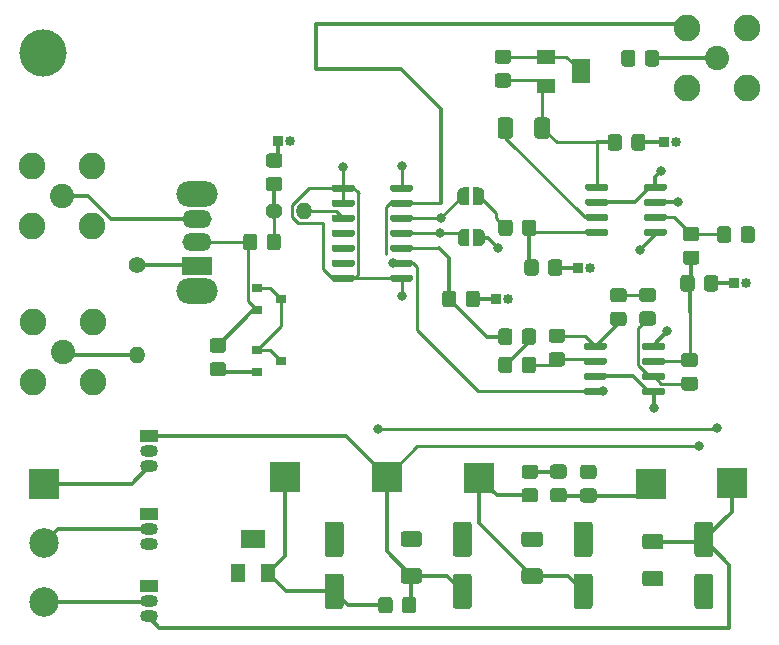
<source format=gbr>
%TF.GenerationSoftware,KiCad,Pcbnew,(5.1.8-0-10_14)*%
%TF.CreationDate,2022-04-27T14:32:14-05:00*%
%TF.ProjectId,SAQ_KiCad_one,5341515f-4b69-4436-9164-5f6f6e652e6b,rev?*%
%TF.SameCoordinates,Original*%
%TF.FileFunction,Copper,L1,Top*%
%TF.FilePolarity,Positive*%
%FSLAX46Y46*%
G04 Gerber Fmt 4.6, Leading zero omitted, Abs format (unit mm)*
G04 Created by KiCad (PCBNEW (5.1.8-0-10_14)) date 2022-04-27 14:32:14*
%MOMM*%
%LPD*%
G01*
G04 APERTURE LIST*
%TA.AperFunction,SMDPad,CuDef*%
%ADD10C,0.100000*%
%TD*%
%TA.AperFunction,ComponentPad*%
%ADD11O,1.400000X1.400000*%
%TD*%
%TA.AperFunction,ComponentPad*%
%ADD12C,1.400000*%
%TD*%
%TA.AperFunction,ComponentPad*%
%ADD13O,0.850000X0.850000*%
%TD*%
%TA.AperFunction,ComponentPad*%
%ADD14R,0.850000X0.850000*%
%TD*%
%TA.AperFunction,ComponentPad*%
%ADD15R,1.500000X1.050000*%
%TD*%
%TA.AperFunction,ComponentPad*%
%ADD16O,1.500000X1.050000*%
%TD*%
%TA.AperFunction,ComponentPad*%
%ADD17R,2.500000X2.500000*%
%TD*%
%TA.AperFunction,ComponentPad*%
%ADD18C,4.000000*%
%TD*%
%TA.AperFunction,SMDPad,CuDef*%
%ADD19R,1.600000X1.300000*%
%TD*%
%TA.AperFunction,SMDPad,CuDef*%
%ADD20R,1.600000X2.000000*%
%TD*%
%TA.AperFunction,ComponentPad*%
%ADD21C,2.250000*%
%TD*%
%TA.AperFunction,ComponentPad*%
%ADD22C,2.050000*%
%TD*%
%TA.AperFunction,ComponentPad*%
%ADD23C,2.500000*%
%TD*%
%TA.AperFunction,ComponentPad*%
%ADD24O,3.500000X2.200000*%
%TD*%
%TA.AperFunction,ComponentPad*%
%ADD25O,2.500000X1.500000*%
%TD*%
%TA.AperFunction,ComponentPad*%
%ADD26R,2.500000X1.500000*%
%TD*%
%TA.AperFunction,SMDPad,CuDef*%
%ADD27R,1.300000X1.600000*%
%TD*%
%TA.AperFunction,SMDPad,CuDef*%
%ADD28R,2.000000X1.600000*%
%TD*%
%TA.AperFunction,SMDPad,CuDef*%
%ADD29R,0.900000X0.800000*%
%TD*%
%TA.AperFunction,ViaPad*%
%ADD30C,0.800000*%
%TD*%
%TA.AperFunction,Conductor*%
%ADD31C,0.250000*%
%TD*%
%TA.AperFunction,Conductor*%
%ADD32C,0.350000*%
%TD*%
G04 APERTURE END LIST*
%TA.AperFunction,SMDPad,CuDef*%
D10*
%TO.P,JP3,1*%
%TO.N,Net-(R7-Pad1)*%
G36*
X144909400Y-32373000D02*
G01*
X144409400Y-32373000D01*
X144409400Y-32372398D01*
X144384866Y-32372398D01*
X144336035Y-32367588D01*
X144287910Y-32358016D01*
X144240955Y-32343772D01*
X144195622Y-32324995D01*
X144152349Y-32301864D01*
X144111550Y-32274604D01*
X144073621Y-32243476D01*
X144038924Y-32208779D01*
X144007796Y-32170850D01*
X143980536Y-32130051D01*
X143957405Y-32086778D01*
X143938628Y-32041445D01*
X143924384Y-31994490D01*
X143914812Y-31946365D01*
X143910002Y-31897534D01*
X143910002Y-31873000D01*
X143909400Y-31873000D01*
X143909400Y-31373000D01*
X143910002Y-31373000D01*
X143910002Y-31348466D01*
X143914812Y-31299635D01*
X143924384Y-31251510D01*
X143938628Y-31204555D01*
X143957405Y-31159222D01*
X143980536Y-31115949D01*
X144007796Y-31075150D01*
X144038924Y-31037221D01*
X144073621Y-31002524D01*
X144111550Y-30971396D01*
X144152349Y-30944136D01*
X144195622Y-30921005D01*
X144240955Y-30902228D01*
X144287910Y-30887984D01*
X144336035Y-30878412D01*
X144384866Y-30873602D01*
X144409400Y-30873602D01*
X144409400Y-30873000D01*
X144909400Y-30873000D01*
X144909400Y-32373000D01*
G37*
%TD.AperFunction*%
%TA.AperFunction,SMDPad,CuDef*%
%TO.P,JP3,2*%
G36*
X145709400Y-30873602D02*
G01*
X145733934Y-30873602D01*
X145782765Y-30878412D01*
X145830890Y-30887984D01*
X145877845Y-30902228D01*
X145923178Y-30921005D01*
X145966451Y-30944136D01*
X146007250Y-30971396D01*
X146045179Y-31002524D01*
X146079876Y-31037221D01*
X146111004Y-31075150D01*
X146138264Y-31115949D01*
X146161395Y-31159222D01*
X146180172Y-31204555D01*
X146194416Y-31251510D01*
X146203988Y-31299635D01*
X146208798Y-31348466D01*
X146208798Y-31373000D01*
X146209400Y-31373000D01*
X146209400Y-31873000D01*
X146208798Y-31873000D01*
X146208798Y-31897534D01*
X146203988Y-31946365D01*
X146194416Y-31994490D01*
X146180172Y-32041445D01*
X146161395Y-32086778D01*
X146138264Y-32130051D01*
X146111004Y-32170850D01*
X146079876Y-32208779D01*
X146045179Y-32243476D01*
X146007250Y-32274604D01*
X145966451Y-32301864D01*
X145923178Y-32324995D01*
X145877845Y-32343772D01*
X145830890Y-32358016D01*
X145782765Y-32367588D01*
X145733934Y-32372398D01*
X145709400Y-32372398D01*
X145709400Y-32373000D01*
X145209400Y-32373000D01*
X145209400Y-30873000D01*
X145709400Y-30873000D01*
X145709400Y-30873602D01*
G37*
%TD.AperFunction*%
%TD*%
D11*
%TO.P,JP1,2*%
%TO.N,Net-(JP2-Pad2)*%
X130937000Y-32893000D03*
D12*
%TO.P,JP1,1*%
%TO.N,Net-(JP2-Pad1)*%
X128397000Y-32893000D03*
%TD*%
D13*
%TO.P,LATCH,2*%
%TO.N,GND*%
X162417000Y-27051000D03*
D14*
%TO.P,LATCH,1*%
%TO.N,Net-(R23-Pad1)*%
X161417000Y-27051000D03*
%TD*%
D13*
%TO.P,RESET,2*%
%TO.N,GND*%
X155114500Y-37655500D03*
D14*
%TO.P,RESET,1*%
%TO.N,Net-(R22-Pad1)*%
X154114500Y-37655500D03*
%TD*%
D13*
%TO.P,INT/4,2*%
%TO.N,GND*%
X168322500Y-38989000D03*
D14*
%TO.P,INT/4,1*%
%TO.N,Net-(R21-Pad1)*%
X167322500Y-38989000D03*
%TD*%
D13*
%TO.P,INT-OUT,2*%
%TO.N,GND*%
X148198000Y-40299000D03*
D14*
%TO.P,INT-OUT,1*%
%TO.N,Net-(R20-Pad1)*%
X147198000Y-40299000D03*
%TD*%
D13*
%TO.P,INPUT,2*%
%TO.N,GND*%
X129714500Y-26924000D03*
D14*
%TO.P,INPUT,1*%
%TO.N,Net-(R19-Pad1)*%
X128714500Y-26924000D03*
%TD*%
%TO.P,R23,2*%
%TO.N,Net-(C12-Pad1)*%
%TA.AperFunction,SMDPad,CuDef*%
G36*
G01*
X157842000Y-26600999D02*
X157842000Y-27501001D01*
G75*
G02*
X157592001Y-27751000I-249999J0D01*
G01*
X156891999Y-27751000D01*
G75*
G02*
X156642000Y-27501001I0J249999D01*
G01*
X156642000Y-26600999D01*
G75*
G02*
X156891999Y-26351000I249999J0D01*
G01*
X157592001Y-26351000D01*
G75*
G02*
X157842000Y-26600999I0J-249999D01*
G01*
G37*
%TD.AperFunction*%
%TO.P,R23,1*%
%TO.N,Net-(R23-Pad1)*%
%TA.AperFunction,SMDPad,CuDef*%
G36*
G01*
X159842000Y-26600999D02*
X159842000Y-27501001D01*
G75*
G02*
X159592001Y-27751000I-249999J0D01*
G01*
X158891999Y-27751000D01*
G75*
G02*
X158642000Y-27501001I0J249999D01*
G01*
X158642000Y-26600999D01*
G75*
G02*
X158891999Y-26351000I249999J0D01*
G01*
X159592001Y-26351000D01*
G75*
G02*
X159842000Y-26600999I0J-249999D01*
G01*
G37*
%TD.AperFunction*%
%TD*%
%TO.P,R22,2*%
%TO.N,Net-(R22-Pad2)*%
%TA.AperFunction,SMDPad,CuDef*%
G36*
G01*
X150793500Y-37205499D02*
X150793500Y-38105501D01*
G75*
G02*
X150543501Y-38355500I-249999J0D01*
G01*
X149843499Y-38355500D01*
G75*
G02*
X149593500Y-38105501I0J249999D01*
G01*
X149593500Y-37205499D01*
G75*
G02*
X149843499Y-36955500I249999J0D01*
G01*
X150543501Y-36955500D01*
G75*
G02*
X150793500Y-37205499I0J-249999D01*
G01*
G37*
%TD.AperFunction*%
%TO.P,R22,1*%
%TO.N,Net-(R22-Pad1)*%
%TA.AperFunction,SMDPad,CuDef*%
G36*
G01*
X152793500Y-37205499D02*
X152793500Y-38105501D01*
G75*
G02*
X152543501Y-38355500I-249999J0D01*
G01*
X151843499Y-38355500D01*
G75*
G02*
X151593500Y-38105501I0J249999D01*
G01*
X151593500Y-37205499D01*
G75*
G02*
X151843499Y-36955500I249999J0D01*
G01*
X152543501Y-36955500D01*
G75*
G02*
X152793500Y-37205499I0J-249999D01*
G01*
G37*
%TD.AperFunction*%
%TD*%
%TO.P,R21,2*%
%TO.N,Net-(R14-Pad2)*%
%TA.AperFunction,SMDPad,CuDef*%
G36*
G01*
X164001500Y-38538999D02*
X164001500Y-39439001D01*
G75*
G02*
X163751501Y-39689000I-249999J0D01*
G01*
X163051499Y-39689000D01*
G75*
G02*
X162801500Y-39439001I0J249999D01*
G01*
X162801500Y-38538999D01*
G75*
G02*
X163051499Y-38289000I249999J0D01*
G01*
X163751501Y-38289000D01*
G75*
G02*
X164001500Y-38538999I0J-249999D01*
G01*
G37*
%TD.AperFunction*%
%TO.P,R21,1*%
%TO.N,Net-(R21-Pad1)*%
%TA.AperFunction,SMDPad,CuDef*%
G36*
G01*
X166001500Y-38538999D02*
X166001500Y-39439001D01*
G75*
G02*
X165751501Y-39689000I-249999J0D01*
G01*
X165051499Y-39689000D01*
G75*
G02*
X164801500Y-39439001I0J249999D01*
G01*
X164801500Y-38538999D01*
G75*
G02*
X165051499Y-38289000I249999J0D01*
G01*
X165751501Y-38289000D01*
G75*
G02*
X166001500Y-38538999I0J-249999D01*
G01*
G37*
%TD.AperFunction*%
%TD*%
%TO.P,R20,2*%
%TO.N,Net-(R20-Pad2)*%
%TA.AperFunction,SMDPad,CuDef*%
G36*
G01*
X143824500Y-39872499D02*
X143824500Y-40772501D01*
G75*
G02*
X143574501Y-41022500I-249999J0D01*
G01*
X142874499Y-41022500D01*
G75*
G02*
X142624500Y-40772501I0J249999D01*
G01*
X142624500Y-39872499D01*
G75*
G02*
X142874499Y-39622500I249999J0D01*
G01*
X143574501Y-39622500D01*
G75*
G02*
X143824500Y-39872499I0J-249999D01*
G01*
G37*
%TD.AperFunction*%
%TO.P,R20,1*%
%TO.N,Net-(R20-Pad1)*%
%TA.AperFunction,SMDPad,CuDef*%
G36*
G01*
X145824500Y-39872499D02*
X145824500Y-40772501D01*
G75*
G02*
X145574501Y-41022500I-249999J0D01*
G01*
X144874499Y-41022500D01*
G75*
G02*
X144624500Y-40772501I0J249999D01*
G01*
X144624500Y-39872499D01*
G75*
G02*
X144874499Y-39622500I249999J0D01*
G01*
X145574501Y-39622500D01*
G75*
G02*
X145824500Y-39872499I0J-249999D01*
G01*
G37*
%TD.AperFunction*%
%TD*%
%TO.P,R19,2*%
%TO.N,Net-(JP2-Pad1)*%
%TA.AperFunction,SMDPad,CuDef*%
G36*
G01*
X127946999Y-29991000D02*
X128847001Y-29991000D01*
G75*
G02*
X129097000Y-30240999I0J-249999D01*
G01*
X129097000Y-30941001D01*
G75*
G02*
X128847001Y-31191000I-249999J0D01*
G01*
X127946999Y-31191000D01*
G75*
G02*
X127697000Y-30941001I0J249999D01*
G01*
X127697000Y-30240999D01*
G75*
G02*
X127946999Y-29991000I249999J0D01*
G01*
G37*
%TD.AperFunction*%
%TO.P,R19,1*%
%TO.N,Net-(R19-Pad1)*%
%TA.AperFunction,SMDPad,CuDef*%
G36*
G01*
X127946999Y-27991000D02*
X128847001Y-27991000D01*
G75*
G02*
X129097000Y-28240999I0J-249999D01*
G01*
X129097000Y-28941001D01*
G75*
G02*
X128847001Y-29191000I-249999J0D01*
G01*
X127946999Y-29191000D01*
G75*
G02*
X127697000Y-28941001I0J249999D01*
G01*
X127697000Y-28240999D01*
G75*
G02*
X127946999Y-27991000I249999J0D01*
G01*
G37*
%TD.AperFunction*%
%TD*%
%TO.P,R18,2*%
%TO.N,GND*%
%TA.AperFunction,SMDPad,CuDef*%
G36*
G01*
X167897000Y-35311501D02*
X167897000Y-34411499D01*
G75*
G02*
X168146999Y-34161500I249999J0D01*
G01*
X168847001Y-34161500D01*
G75*
G02*
X169097000Y-34411499I0J-249999D01*
G01*
X169097000Y-35311501D01*
G75*
G02*
X168847001Y-35561500I-249999J0D01*
G01*
X168146999Y-35561500D01*
G75*
G02*
X167897000Y-35311501I0J249999D01*
G01*
G37*
%TD.AperFunction*%
%TO.P,R18,1*%
%TO.N,Net-(R15-Pad2)*%
%TA.AperFunction,SMDPad,CuDef*%
G36*
G01*
X165897000Y-35311501D02*
X165897000Y-34411499D01*
G75*
G02*
X166146999Y-34161500I249999J0D01*
G01*
X166847001Y-34161500D01*
G75*
G02*
X167097000Y-34411499I0J-249999D01*
G01*
X167097000Y-35311501D01*
G75*
G02*
X166847001Y-35561500I-249999J0D01*
G01*
X166146999Y-35561500D01*
G75*
G02*
X165897000Y-35311501I0J249999D01*
G01*
G37*
%TD.AperFunction*%
%TD*%
D11*
%TO.P,R1,2*%
%TO.N,Net-(J1-Pad1)*%
X116776500Y-45021500D03*
D12*
%TO.P,R1,1*%
%TO.N,Net-(R1-Pad1)*%
X116776500Y-37401500D03*
%TD*%
%TO.P,U6,8*%
%TO.N,Net-(R22-Pad2)*%
%TA.AperFunction,SMDPad,CuDef*%
G36*
G01*
X156678500Y-34521000D02*
X156678500Y-34821000D01*
G75*
G02*
X156528500Y-34971000I-150000J0D01*
G01*
X154878500Y-34971000D01*
G75*
G02*
X154728500Y-34821000I0J150000D01*
G01*
X154728500Y-34521000D01*
G75*
G02*
X154878500Y-34371000I150000J0D01*
G01*
X156528500Y-34371000D01*
G75*
G02*
X156678500Y-34521000I0J-150000D01*
G01*
G37*
%TD.AperFunction*%
%TO.P,U6,7*%
%TO.N,Net-(C12-Pad2)*%
%TA.AperFunction,SMDPad,CuDef*%
G36*
G01*
X156678500Y-33251000D02*
X156678500Y-33551000D01*
G75*
G02*
X156528500Y-33701000I-150000J0D01*
G01*
X154878500Y-33701000D01*
G75*
G02*
X154728500Y-33551000I0J150000D01*
G01*
X154728500Y-33251000D01*
G75*
G02*
X154878500Y-33101000I150000J0D01*
G01*
X156528500Y-33101000D01*
G75*
G02*
X156678500Y-33251000I0J-150000D01*
G01*
G37*
%TD.AperFunction*%
%TO.P,U6,6*%
%TO.N,GND*%
%TA.AperFunction,SMDPad,CuDef*%
G36*
G01*
X156678500Y-31981000D02*
X156678500Y-32281000D01*
G75*
G02*
X156528500Y-32431000I-150000J0D01*
G01*
X154878500Y-32431000D01*
G75*
G02*
X154728500Y-32281000I0J150000D01*
G01*
X154728500Y-31981000D01*
G75*
G02*
X154878500Y-31831000I150000J0D01*
G01*
X156528500Y-31831000D01*
G75*
G02*
X156678500Y-31981000I0J-150000D01*
G01*
G37*
%TD.AperFunction*%
%TO.P,U6,5*%
%TO.N,Net-(C12-Pad1)*%
%TA.AperFunction,SMDPad,CuDef*%
G36*
G01*
X156678500Y-30711000D02*
X156678500Y-31011000D01*
G75*
G02*
X156528500Y-31161000I-150000J0D01*
G01*
X154878500Y-31161000D01*
G75*
G02*
X154728500Y-31011000I0J150000D01*
G01*
X154728500Y-30711000D01*
G75*
G02*
X154878500Y-30561000I150000J0D01*
G01*
X156528500Y-30561000D01*
G75*
G02*
X156678500Y-30711000I0J-150000D01*
G01*
G37*
%TD.AperFunction*%
%TO.P,U6,4*%
%TO.N,GND*%
%TA.AperFunction,SMDPad,CuDef*%
G36*
G01*
X161628500Y-30711000D02*
X161628500Y-31011000D01*
G75*
G02*
X161478500Y-31161000I-150000J0D01*
G01*
X159828500Y-31161000D01*
G75*
G02*
X159678500Y-31011000I0J150000D01*
G01*
X159678500Y-30711000D01*
G75*
G02*
X159828500Y-30561000I150000J0D01*
G01*
X161478500Y-30561000D01*
G75*
G02*
X161628500Y-30711000I0J-150000D01*
G01*
G37*
%TD.AperFunction*%
%TO.P,U6,3*%
%TO.N,VDD*%
%TA.AperFunction,SMDPad,CuDef*%
G36*
G01*
X161628500Y-31981000D02*
X161628500Y-32281000D01*
G75*
G02*
X161478500Y-32431000I-150000J0D01*
G01*
X159828500Y-32431000D01*
G75*
G02*
X159678500Y-32281000I0J150000D01*
G01*
X159678500Y-31981000D01*
G75*
G02*
X159828500Y-31831000I150000J0D01*
G01*
X161478500Y-31831000D01*
G75*
G02*
X161628500Y-31981000I0J-150000D01*
G01*
G37*
%TD.AperFunction*%
%TO.P,U6,2*%
%TO.N,Net-(R15-Pad2)*%
%TA.AperFunction,SMDPad,CuDef*%
G36*
G01*
X161628500Y-33251000D02*
X161628500Y-33551000D01*
G75*
G02*
X161478500Y-33701000I-150000J0D01*
G01*
X159828500Y-33701000D01*
G75*
G02*
X159678500Y-33551000I0J150000D01*
G01*
X159678500Y-33251000D01*
G75*
G02*
X159828500Y-33101000I150000J0D01*
G01*
X161478500Y-33101000D01*
G75*
G02*
X161628500Y-33251000I0J-150000D01*
G01*
G37*
%TD.AperFunction*%
%TO.P,U6,1*%
%TO.N,+9V*%
%TA.AperFunction,SMDPad,CuDef*%
G36*
G01*
X161628500Y-34521000D02*
X161628500Y-34821000D01*
G75*
G02*
X161478500Y-34971000I-150000J0D01*
G01*
X159828500Y-34971000D01*
G75*
G02*
X159678500Y-34821000I0J150000D01*
G01*
X159678500Y-34521000D01*
G75*
G02*
X159828500Y-34371000I150000J0D01*
G01*
X161478500Y-34371000D01*
G75*
G02*
X161628500Y-34521000I0J-150000D01*
G01*
G37*
%TD.AperFunction*%
%TD*%
%TO.P,U5,8*%
%TO.N,+15V*%
%TA.AperFunction,SMDPad,CuDef*%
G36*
G01*
X159551500Y-44473000D02*
X159551500Y-44173000D01*
G75*
G02*
X159701500Y-44023000I150000J0D01*
G01*
X161351500Y-44023000D01*
G75*
G02*
X161501500Y-44173000I0J-150000D01*
G01*
X161501500Y-44473000D01*
G75*
G02*
X161351500Y-44623000I-150000J0D01*
G01*
X159701500Y-44623000D01*
G75*
G02*
X159551500Y-44473000I0J150000D01*
G01*
G37*
%TD.AperFunction*%
%TO.P,U5,7*%
%TO.N,Net-(R14-Pad2)*%
%TA.AperFunction,SMDPad,CuDef*%
G36*
G01*
X159551500Y-45743000D02*
X159551500Y-45443000D01*
G75*
G02*
X159701500Y-45293000I150000J0D01*
G01*
X161351500Y-45293000D01*
G75*
G02*
X161501500Y-45443000I0J-150000D01*
G01*
X161501500Y-45743000D01*
G75*
G02*
X161351500Y-45893000I-150000J0D01*
G01*
X159701500Y-45893000D01*
G75*
G02*
X159551500Y-45743000I0J150000D01*
G01*
G37*
%TD.AperFunction*%
%TO.P,U5,6*%
%TO.N,Net-(R13-Pad2)*%
%TA.AperFunction,SMDPad,CuDef*%
G36*
G01*
X159551500Y-47013000D02*
X159551500Y-46713000D01*
G75*
G02*
X159701500Y-46563000I150000J0D01*
G01*
X161351500Y-46563000D01*
G75*
G02*
X161501500Y-46713000I0J-150000D01*
G01*
X161501500Y-47013000D01*
G75*
G02*
X161351500Y-47163000I-150000J0D01*
G01*
X159701500Y-47163000D01*
G75*
G02*
X159551500Y-47013000I0J150000D01*
G01*
G37*
%TD.AperFunction*%
%TO.P,U5,5*%
%TO.N,GND*%
%TA.AperFunction,SMDPad,CuDef*%
G36*
G01*
X159551500Y-48283000D02*
X159551500Y-47983000D01*
G75*
G02*
X159701500Y-47833000I150000J0D01*
G01*
X161351500Y-47833000D01*
G75*
G02*
X161501500Y-47983000I0J-150000D01*
G01*
X161501500Y-48283000D01*
G75*
G02*
X161351500Y-48433000I-150000J0D01*
G01*
X159701500Y-48433000D01*
G75*
G02*
X159551500Y-48283000I0J150000D01*
G01*
G37*
%TD.AperFunction*%
%TO.P,U5,4*%
%TO.N,-15V*%
%TA.AperFunction,SMDPad,CuDef*%
G36*
G01*
X154601500Y-48283000D02*
X154601500Y-47983000D01*
G75*
G02*
X154751500Y-47833000I150000J0D01*
G01*
X156401500Y-47833000D01*
G75*
G02*
X156551500Y-47983000I0J-150000D01*
G01*
X156551500Y-48283000D01*
G75*
G02*
X156401500Y-48433000I-150000J0D01*
G01*
X154751500Y-48433000D01*
G75*
G02*
X154601500Y-48283000I0J150000D01*
G01*
G37*
%TD.AperFunction*%
%TO.P,U5,3*%
%TO.N,GND*%
%TA.AperFunction,SMDPad,CuDef*%
G36*
G01*
X154601500Y-47013000D02*
X154601500Y-46713000D01*
G75*
G02*
X154751500Y-46563000I150000J0D01*
G01*
X156401500Y-46563000D01*
G75*
G02*
X156551500Y-46713000I0J-150000D01*
G01*
X156551500Y-47013000D01*
G75*
G02*
X156401500Y-47163000I-150000J0D01*
G01*
X154751500Y-47163000D01*
G75*
G02*
X154601500Y-47013000I0J150000D01*
G01*
G37*
%TD.AperFunction*%
%TO.P,U5,2*%
%TO.N,Net-(R10-Pad2)*%
%TA.AperFunction,SMDPad,CuDef*%
G36*
G01*
X154601500Y-45743000D02*
X154601500Y-45443000D01*
G75*
G02*
X154751500Y-45293000I150000J0D01*
G01*
X156401500Y-45293000D01*
G75*
G02*
X156551500Y-45443000I0J-150000D01*
G01*
X156551500Y-45743000D01*
G75*
G02*
X156401500Y-45893000I-150000J0D01*
G01*
X154751500Y-45893000D01*
G75*
G02*
X154601500Y-45743000I0J150000D01*
G01*
G37*
%TD.AperFunction*%
%TO.P,U5,1*%
%TO.N,Net-(R11-Pad2)*%
%TA.AperFunction,SMDPad,CuDef*%
G36*
G01*
X154601500Y-44473000D02*
X154601500Y-44173000D01*
G75*
G02*
X154751500Y-44023000I150000J0D01*
G01*
X156401500Y-44023000D01*
G75*
G02*
X156551500Y-44173000I0J-150000D01*
G01*
X156551500Y-44473000D01*
G75*
G02*
X156401500Y-44623000I-150000J0D01*
G01*
X154751500Y-44623000D01*
G75*
G02*
X154601500Y-44473000I0J150000D01*
G01*
G37*
%TD.AperFunction*%
%TD*%
D15*
%TO.P,U4,1*%
%TO.N,+9V*%
X117792500Y-51943000D03*
D16*
%TO.P,U4,3*%
%TO.N,Net-(J3-Pad1)*%
X117792500Y-54483000D03*
%TO.P,U4,2*%
%TO.N,GND*%
X117792500Y-53213000D03*
%TD*%
D15*
%TO.P,U2,1*%
%TO.N,GND*%
X117792500Y-64579500D03*
D16*
%TO.P,U2,3*%
%TO.N,-15V*%
X117792500Y-67119500D03*
%TO.P,U2,2*%
%TO.N,Net-(J3-Pad3)*%
X117792500Y-65849500D03*
%TD*%
D15*
%TO.P,U1,1*%
%TO.N,+15V*%
X117792500Y-58483500D03*
D16*
%TO.P,U1,3*%
%TO.N,Net-(J3-Pad1)*%
X117792500Y-61023500D03*
%TO.P,U1,2*%
%TO.N,GND*%
X117792500Y-59753500D03*
%TD*%
D17*
%TO.P,VDD,1*%
%TO.N,VDD*%
X129349500Y-55372000D03*
%TD*%
%TO.P,+9,1*%
%TO.N,+9V*%
X137922000Y-55372000D03*
%TD*%
D18*
%TO.P,GND,1*%
%TO.N,GND*%
X108839000Y-19494500D03*
%TD*%
D17*
%TO.P,+5,1*%
%TO.N,+5V*%
X160337500Y-55943500D03*
%TD*%
%TO.P,-15,1*%
%TO.N,-15V*%
X167132000Y-55897001D03*
%TD*%
%TO.P,+15,1*%
%TO.N,+15V*%
X145732500Y-55435500D03*
%TD*%
D19*
%TO.P,RV2,3*%
%TO.N,Net-(C12-Pad1)*%
X151447500Y-22288500D03*
D20*
%TO.P,RV2,2*%
%TO.N,GND*%
X154347500Y-21038500D03*
D19*
%TO.P,RV2,1*%
X151447500Y-19788500D03*
%TD*%
%TO.P,R14,2*%
%TO.N,Net-(R14-Pad2)*%
%TA.AperFunction,SMDPad,CuDef*%
G36*
G01*
X164026001Y-46082000D02*
X163125999Y-46082000D01*
G75*
G02*
X162876000Y-45832001I0J249999D01*
G01*
X162876000Y-45131999D01*
G75*
G02*
X163125999Y-44882000I249999J0D01*
G01*
X164026001Y-44882000D01*
G75*
G02*
X164276000Y-45131999I0J-249999D01*
G01*
X164276000Y-45832001D01*
G75*
G02*
X164026001Y-46082000I-249999J0D01*
G01*
G37*
%TD.AperFunction*%
%TO.P,R14,1*%
%TO.N,Net-(R13-Pad2)*%
%TA.AperFunction,SMDPad,CuDef*%
G36*
G01*
X164026001Y-48082000D02*
X163125999Y-48082000D01*
G75*
G02*
X162876000Y-47832001I0J249999D01*
G01*
X162876000Y-47131999D01*
G75*
G02*
X163125999Y-46882000I249999J0D01*
G01*
X164026001Y-46882000D01*
G75*
G02*
X164276000Y-47131999I0J-249999D01*
G01*
X164276000Y-47832001D01*
G75*
G02*
X164026001Y-48082000I-249999J0D01*
G01*
G37*
%TD.AperFunction*%
%TD*%
%TO.P,R12,2*%
%TO.N,Net-(R12-Pad2)*%
%TA.AperFunction,SMDPad,CuDef*%
G36*
G01*
X157993501Y-40605000D02*
X157093499Y-40605000D01*
G75*
G02*
X156843500Y-40355001I0J249999D01*
G01*
X156843500Y-39654999D01*
G75*
G02*
X157093499Y-39405000I249999J0D01*
G01*
X157993501Y-39405000D01*
G75*
G02*
X158243500Y-39654999I0J-249999D01*
G01*
X158243500Y-40355001D01*
G75*
G02*
X157993501Y-40605000I-249999J0D01*
G01*
G37*
%TD.AperFunction*%
%TO.P,R12,1*%
%TO.N,Net-(R11-Pad2)*%
%TA.AperFunction,SMDPad,CuDef*%
G36*
G01*
X157993501Y-42605000D02*
X157093499Y-42605000D01*
G75*
G02*
X156843500Y-42355001I0J249999D01*
G01*
X156843500Y-41654999D01*
G75*
G02*
X157093499Y-41405000I249999J0D01*
G01*
X157993501Y-41405000D01*
G75*
G02*
X158243500Y-41654999I0J-249999D01*
G01*
X158243500Y-42355001D01*
G75*
G02*
X157993501Y-42605000I-249999J0D01*
G01*
G37*
%TD.AperFunction*%
%TD*%
D21*
%TO.P,OUT,2*%
%TO.N,GND*%
X163385500Y-22479000D03*
X163385500Y-17399000D03*
X168465500Y-17399000D03*
X168465500Y-22479000D03*
D22*
%TO.P,OUT,1*%
%TO.N,Net-(J4-Pad1)*%
X165925500Y-19939000D03*
%TD*%
D23*
%TO.P,POWER,3*%
%TO.N,Net-(J3-Pad3)*%
X108902500Y-65943500D03*
%TO.P,POWER,2*%
%TO.N,GND*%
X108902500Y-60943500D03*
D17*
%TO.P,POWER,1*%
%TO.N,Net-(J3-Pad1)*%
X108902500Y-55943500D03*
%TD*%
D21*
%TO.P,I-IN,2*%
%TO.N,GND*%
X107886500Y-29019500D03*
X112966500Y-29019500D03*
X112966500Y-34099500D03*
X107886500Y-34099500D03*
D22*
%TO.P,I-IN,1*%
%TO.N,Net-(J2-Pad1)*%
X110426500Y-31559500D03*
%TD*%
D21*
%TO.P,V-IN,2*%
%TO.N,GND*%
X113030000Y-47307500D03*
X107950000Y-47307500D03*
X107950000Y-42227500D03*
X113030000Y-42227500D03*
D22*
%TO.P,V-IN,1*%
%TO.N,Net-(J1-Pad1)*%
X110490000Y-44767500D03*
%TD*%
%TO.P,C12,2*%
%TO.N,Net-(C12-Pad2)*%
%TA.AperFunction,SMDPad,CuDef*%
G36*
G01*
X148642500Y-25194497D02*
X148642500Y-26494503D01*
G75*
G02*
X148392503Y-26744500I-249997J0D01*
G01*
X147567497Y-26744500D01*
G75*
G02*
X147317500Y-26494503I0J249997D01*
G01*
X147317500Y-25194497D01*
G75*
G02*
X147567497Y-24944500I249997J0D01*
G01*
X148392503Y-24944500D01*
G75*
G02*
X148642500Y-25194497I0J-249997D01*
G01*
G37*
%TD.AperFunction*%
%TO.P,C12,1*%
%TO.N,Net-(C12-Pad1)*%
%TA.AperFunction,SMDPad,CuDef*%
G36*
G01*
X151767500Y-25194497D02*
X151767500Y-26494503D01*
G75*
G02*
X151517503Y-26744500I-249997J0D01*
G01*
X150692497Y-26744500D01*
G75*
G02*
X150442500Y-26494503I0J249997D01*
G01*
X150442500Y-25194497D01*
G75*
G02*
X150692497Y-24944500I249997J0D01*
G01*
X151517503Y-24944500D01*
G75*
G02*
X151767500Y-25194497I0J-249997D01*
G01*
G37*
%TD.AperFunction*%
%TD*%
%TO.P,C6,2*%
%TO.N,GND*%
%TA.AperFunction,SMDPad,CuDef*%
G36*
G01*
X140667503Y-61291500D02*
X139367497Y-61291500D01*
G75*
G02*
X139117500Y-61041503I0J249997D01*
G01*
X139117500Y-60216497D01*
G75*
G02*
X139367497Y-59966500I249997J0D01*
G01*
X140667503Y-59966500D01*
G75*
G02*
X140917500Y-60216497I0J-249997D01*
G01*
X140917500Y-61041503D01*
G75*
G02*
X140667503Y-61291500I-249997J0D01*
G01*
G37*
%TD.AperFunction*%
%TO.P,C6,1*%
%TO.N,+9V*%
%TA.AperFunction,SMDPad,CuDef*%
G36*
G01*
X140667503Y-64416500D02*
X139367497Y-64416500D01*
G75*
G02*
X139117500Y-64166503I0J249997D01*
G01*
X139117500Y-63341497D01*
G75*
G02*
X139367497Y-63091500I249997J0D01*
G01*
X140667503Y-63091500D01*
G75*
G02*
X140917500Y-63341497I0J-249997D01*
G01*
X140917500Y-64166503D01*
G75*
G02*
X140667503Y-64416500I-249997J0D01*
G01*
G37*
%TD.AperFunction*%
%TD*%
%TO.P,C4,2*%
%TO.N,-15V*%
%TA.AperFunction,SMDPad,CuDef*%
G36*
G01*
X161114503Y-61520500D02*
X159814497Y-61520500D01*
G75*
G02*
X159564500Y-61270503I0J249997D01*
G01*
X159564500Y-60445497D01*
G75*
G02*
X159814497Y-60195500I249997J0D01*
G01*
X161114503Y-60195500D01*
G75*
G02*
X161364500Y-60445497I0J-249997D01*
G01*
X161364500Y-61270503D01*
G75*
G02*
X161114503Y-61520500I-249997J0D01*
G01*
G37*
%TD.AperFunction*%
%TO.P,C4,1*%
%TO.N,GND*%
%TA.AperFunction,SMDPad,CuDef*%
G36*
G01*
X161114503Y-64645500D02*
X159814497Y-64645500D01*
G75*
G02*
X159564500Y-64395503I0J249997D01*
G01*
X159564500Y-63570497D01*
G75*
G02*
X159814497Y-63320500I249997J0D01*
G01*
X161114503Y-63320500D01*
G75*
G02*
X161364500Y-63570497I0J-249997D01*
G01*
X161364500Y-64395503D01*
G75*
G02*
X161114503Y-64645500I-249997J0D01*
G01*
G37*
%TD.AperFunction*%
%TD*%
%TO.P,C3,2*%
%TO.N,GND*%
%TA.AperFunction,SMDPad,CuDef*%
G36*
G01*
X150891003Y-61330000D02*
X149590997Y-61330000D01*
G75*
G02*
X149341000Y-61080003I0J249997D01*
G01*
X149341000Y-60254997D01*
G75*
G02*
X149590997Y-60005000I249997J0D01*
G01*
X150891003Y-60005000D01*
G75*
G02*
X151141000Y-60254997I0J-249997D01*
G01*
X151141000Y-61080003D01*
G75*
G02*
X150891003Y-61330000I-249997J0D01*
G01*
G37*
%TD.AperFunction*%
%TO.P,C3,1*%
%TO.N,+15V*%
%TA.AperFunction,SMDPad,CuDef*%
G36*
G01*
X150891003Y-64455000D02*
X149590997Y-64455000D01*
G75*
G02*
X149341000Y-64205003I0J249997D01*
G01*
X149341000Y-63379997D01*
G75*
G02*
X149590997Y-63130000I249997J0D01*
G01*
X150891003Y-63130000D01*
G75*
G02*
X151141000Y-63379997I0J-249997D01*
G01*
X151141000Y-64205003D01*
G75*
G02*
X150891003Y-64455000I-249997J0D01*
G01*
G37*
%TD.AperFunction*%
%TD*%
%TA.AperFunction,SMDPad,CuDef*%
D10*
%TO.P,JP2,2*%
%TO.N,+5V*%
G36*
X145732500Y-34366102D02*
G01*
X145757034Y-34366102D01*
X145805865Y-34370912D01*
X145853990Y-34380484D01*
X145900945Y-34394728D01*
X145946278Y-34413505D01*
X145989551Y-34436636D01*
X146030350Y-34463896D01*
X146068279Y-34495024D01*
X146102976Y-34529721D01*
X146134104Y-34567650D01*
X146161364Y-34608449D01*
X146184495Y-34651722D01*
X146203272Y-34697055D01*
X146217516Y-34744010D01*
X146227088Y-34792135D01*
X146231898Y-34840966D01*
X146231898Y-34865500D01*
X146232500Y-34865500D01*
X146232500Y-35365500D01*
X146231898Y-35365500D01*
X146231898Y-35390034D01*
X146227088Y-35438865D01*
X146217516Y-35486990D01*
X146203272Y-35533945D01*
X146184495Y-35579278D01*
X146161364Y-35622551D01*
X146134104Y-35663350D01*
X146102976Y-35701279D01*
X146068279Y-35735976D01*
X146030350Y-35767104D01*
X145989551Y-35794364D01*
X145946278Y-35817495D01*
X145900945Y-35836272D01*
X145853990Y-35850516D01*
X145805865Y-35860088D01*
X145757034Y-35864898D01*
X145732500Y-35864898D01*
X145732500Y-35865500D01*
X145232500Y-35865500D01*
X145232500Y-34365500D01*
X145732500Y-34365500D01*
X145732500Y-34366102D01*
G37*
%TD.AperFunction*%
%TA.AperFunction,SMDPad,CuDef*%
%TO.P,JP2,1*%
%TO.N,Net-(JP1-Pad1)*%
G36*
X144932500Y-35865500D02*
G01*
X144432500Y-35865500D01*
X144432500Y-35864898D01*
X144407966Y-35864898D01*
X144359135Y-35860088D01*
X144311010Y-35850516D01*
X144264055Y-35836272D01*
X144218722Y-35817495D01*
X144175449Y-35794364D01*
X144134650Y-35767104D01*
X144096721Y-35735976D01*
X144062024Y-35701279D01*
X144030896Y-35663350D01*
X144003636Y-35622551D01*
X143980505Y-35579278D01*
X143961728Y-35533945D01*
X143947484Y-35486990D01*
X143937912Y-35438865D01*
X143933102Y-35390034D01*
X143933102Y-35365500D01*
X143932500Y-35365500D01*
X143932500Y-34865500D01*
X143933102Y-34865500D01*
X143933102Y-34840966D01*
X143937912Y-34792135D01*
X143947484Y-34744010D01*
X143961728Y-34697055D01*
X143980505Y-34651722D01*
X144003636Y-34608449D01*
X144030896Y-34567650D01*
X144062024Y-34529721D01*
X144096721Y-34495024D01*
X144134650Y-34463896D01*
X144175449Y-34436636D01*
X144218722Y-34413505D01*
X144264055Y-34394728D01*
X144311010Y-34380484D01*
X144359135Y-34370912D01*
X144407966Y-34366102D01*
X144432500Y-34366102D01*
X144432500Y-34365500D01*
X144932500Y-34365500D01*
X144932500Y-35865500D01*
G37*
%TD.AperFunction*%
%TD*%
%TO.P,R11,2*%
%TO.N,Net-(R11-Pad2)*%
%TA.AperFunction,SMDPad,CuDef*%
G36*
G01*
X152786501Y-44034000D02*
X151886499Y-44034000D01*
G75*
G02*
X151636500Y-43784001I0J249999D01*
G01*
X151636500Y-43083999D01*
G75*
G02*
X151886499Y-42834000I249999J0D01*
G01*
X152786501Y-42834000D01*
G75*
G02*
X153036500Y-43083999I0J-249999D01*
G01*
X153036500Y-43784001D01*
G75*
G02*
X152786501Y-44034000I-249999J0D01*
G01*
G37*
%TD.AperFunction*%
%TO.P,R11,1*%
%TO.N,Net-(R10-Pad2)*%
%TA.AperFunction,SMDPad,CuDef*%
G36*
G01*
X152786501Y-46034000D02*
X151886499Y-46034000D01*
G75*
G02*
X151636500Y-45784001I0J249999D01*
G01*
X151636500Y-45083999D01*
G75*
G02*
X151886499Y-44834000I249999J0D01*
G01*
X152786501Y-44834000D01*
G75*
G02*
X153036500Y-45083999I0J-249999D01*
G01*
X153036500Y-45784001D01*
G75*
G02*
X152786501Y-46034000I-249999J0D01*
G01*
G37*
%TD.AperFunction*%
%TD*%
%TO.P,U3,14*%
%TO.N,+15V*%
%TA.AperFunction,SMDPad,CuDef*%
G36*
G01*
X138215500Y-31074500D02*
X138215500Y-30774500D01*
G75*
G02*
X138365500Y-30624500I150000J0D01*
G01*
X140015500Y-30624500D01*
G75*
G02*
X140165500Y-30774500I0J-150000D01*
G01*
X140165500Y-31074500D01*
G75*
G02*
X140015500Y-31224500I-150000J0D01*
G01*
X138365500Y-31224500D01*
G75*
G02*
X138215500Y-31074500I0J150000D01*
G01*
G37*
%TD.AperFunction*%
%TO.P,U3,13*%
%TO.N,GND*%
%TA.AperFunction,SMDPad,CuDef*%
G36*
G01*
X138215500Y-32344500D02*
X138215500Y-32044500D01*
G75*
G02*
X138365500Y-31894500I150000J0D01*
G01*
X140015500Y-31894500D01*
G75*
G02*
X140165500Y-32044500I0J-150000D01*
G01*
X140165500Y-32344500D01*
G75*
G02*
X140015500Y-32494500I-150000J0D01*
G01*
X138365500Y-32494500D01*
G75*
G02*
X138215500Y-32344500I0J150000D01*
G01*
G37*
%TD.AperFunction*%
%TO.P,U3,12*%
%TO.N,Net-(R7-Pad1)*%
%TA.AperFunction,SMDPad,CuDef*%
G36*
G01*
X138215500Y-33614500D02*
X138215500Y-33314500D01*
G75*
G02*
X138365500Y-33164500I150000J0D01*
G01*
X140015500Y-33164500D01*
G75*
G02*
X140165500Y-33314500I0J-150000D01*
G01*
X140165500Y-33614500D01*
G75*
G02*
X140015500Y-33764500I-150000J0D01*
G01*
X138365500Y-33764500D01*
G75*
G02*
X138215500Y-33614500I0J150000D01*
G01*
G37*
%TD.AperFunction*%
%TO.P,U3,11*%
%TO.N,Net-(JP1-Pad1)*%
%TA.AperFunction,SMDPad,CuDef*%
G36*
G01*
X138215500Y-34884500D02*
X138215500Y-34584500D01*
G75*
G02*
X138365500Y-34434500I150000J0D01*
G01*
X140015500Y-34434500D01*
G75*
G02*
X140165500Y-34584500I0J-150000D01*
G01*
X140165500Y-34884500D01*
G75*
G02*
X140015500Y-35034500I-150000J0D01*
G01*
X138365500Y-35034500D01*
G75*
G02*
X138215500Y-34884500I0J150000D01*
G01*
G37*
%TD.AperFunction*%
%TO.P,U3,10*%
%TO.N,Net-(R20-Pad2)*%
%TA.AperFunction,SMDPad,CuDef*%
G36*
G01*
X138215500Y-36154500D02*
X138215500Y-35854500D01*
G75*
G02*
X138365500Y-35704500I150000J0D01*
G01*
X140015500Y-35704500D01*
G75*
G02*
X140165500Y-35854500I0J-150000D01*
G01*
X140165500Y-36154500D01*
G75*
G02*
X140015500Y-36304500I-150000J0D01*
G01*
X138365500Y-36304500D01*
G75*
G02*
X138215500Y-36154500I0J150000D01*
G01*
G37*
%TD.AperFunction*%
%TO.P,U3,9*%
%TO.N,-15V*%
%TA.AperFunction,SMDPad,CuDef*%
G36*
G01*
X138215500Y-37424500D02*
X138215500Y-37124500D01*
G75*
G02*
X138365500Y-36974500I150000J0D01*
G01*
X140015500Y-36974500D01*
G75*
G02*
X140165500Y-37124500I0J-150000D01*
G01*
X140165500Y-37424500D01*
G75*
G02*
X140015500Y-37574500I-150000J0D01*
G01*
X138365500Y-37574500D01*
G75*
G02*
X138215500Y-37424500I0J150000D01*
G01*
G37*
%TD.AperFunction*%
%TO.P,U3,8*%
%TO.N,GND*%
%TA.AperFunction,SMDPad,CuDef*%
G36*
G01*
X138215500Y-38694500D02*
X138215500Y-38394500D01*
G75*
G02*
X138365500Y-38244500I150000J0D01*
G01*
X140015500Y-38244500D01*
G75*
G02*
X140165500Y-38394500I0J-150000D01*
G01*
X140165500Y-38694500D01*
G75*
G02*
X140015500Y-38844500I-150000J0D01*
G01*
X138365500Y-38844500D01*
G75*
G02*
X138215500Y-38694500I0J150000D01*
G01*
G37*
%TD.AperFunction*%
%TO.P,U3,7*%
%TA.AperFunction,SMDPad,CuDef*%
G36*
G01*
X133265500Y-38694500D02*
X133265500Y-38394500D01*
G75*
G02*
X133415500Y-38244500I150000J0D01*
G01*
X135065500Y-38244500D01*
G75*
G02*
X135215500Y-38394500I0J-150000D01*
G01*
X135215500Y-38694500D01*
G75*
G02*
X135065500Y-38844500I-150000J0D01*
G01*
X133415500Y-38844500D01*
G75*
G02*
X133265500Y-38694500I0J150000D01*
G01*
G37*
%TD.AperFunction*%
%TO.P,U3,6*%
%TO.N,Net-(U3-Pad6)*%
%TA.AperFunction,SMDPad,CuDef*%
G36*
G01*
X133265500Y-37424500D02*
X133265500Y-37124500D01*
G75*
G02*
X133415500Y-36974500I150000J0D01*
G01*
X135065500Y-36974500D01*
G75*
G02*
X135215500Y-37124500I0J-150000D01*
G01*
X135215500Y-37424500D01*
G75*
G02*
X135065500Y-37574500I-150000J0D01*
G01*
X133415500Y-37574500D01*
G75*
G02*
X133265500Y-37424500I0J150000D01*
G01*
G37*
%TD.AperFunction*%
%TO.P,U3,5*%
%TO.N,Net-(U3-Pad5)*%
%TA.AperFunction,SMDPad,CuDef*%
G36*
G01*
X133265500Y-36154500D02*
X133265500Y-35854500D01*
G75*
G02*
X133415500Y-35704500I150000J0D01*
G01*
X135065500Y-35704500D01*
G75*
G02*
X135215500Y-35854500I0J-150000D01*
G01*
X135215500Y-36154500D01*
G75*
G02*
X135065500Y-36304500I-150000J0D01*
G01*
X133415500Y-36304500D01*
G75*
G02*
X133265500Y-36154500I0J150000D01*
G01*
G37*
%TD.AperFunction*%
%TO.P,U3,4*%
%TO.N,Net-(U3-Pad4)*%
%TA.AperFunction,SMDPad,CuDef*%
G36*
G01*
X133265500Y-34884500D02*
X133265500Y-34584500D01*
G75*
G02*
X133415500Y-34434500I150000J0D01*
G01*
X135065500Y-34434500D01*
G75*
G02*
X135215500Y-34584500I0J-150000D01*
G01*
X135215500Y-34884500D01*
G75*
G02*
X135065500Y-35034500I-150000J0D01*
G01*
X133415500Y-35034500D01*
G75*
G02*
X133265500Y-34884500I0J150000D01*
G01*
G37*
%TD.AperFunction*%
%TO.P,U3,3*%
%TO.N,Net-(JP2-Pad2)*%
%TA.AperFunction,SMDPad,CuDef*%
G36*
G01*
X133265500Y-33614500D02*
X133265500Y-33314500D01*
G75*
G02*
X133415500Y-33164500I150000J0D01*
G01*
X135065500Y-33164500D01*
G75*
G02*
X135215500Y-33314500I0J-150000D01*
G01*
X135215500Y-33614500D01*
G75*
G02*
X135065500Y-33764500I-150000J0D01*
G01*
X133415500Y-33764500D01*
G75*
G02*
X133265500Y-33614500I0J150000D01*
G01*
G37*
%TD.AperFunction*%
%TO.P,U3,2*%
%TO.N,GND*%
%TA.AperFunction,SMDPad,CuDef*%
G36*
G01*
X133265500Y-32344500D02*
X133265500Y-32044500D01*
G75*
G02*
X133415500Y-31894500I150000J0D01*
G01*
X135065500Y-31894500D01*
G75*
G02*
X135215500Y-32044500I0J-150000D01*
G01*
X135215500Y-32344500D01*
G75*
G02*
X135065500Y-32494500I-150000J0D01*
G01*
X133415500Y-32494500D01*
G75*
G02*
X133265500Y-32344500I0J150000D01*
G01*
G37*
%TD.AperFunction*%
%TO.P,U3,1*%
%TA.AperFunction,SMDPad,CuDef*%
G36*
G01*
X133265500Y-31074500D02*
X133265500Y-30774500D01*
G75*
G02*
X133415500Y-30624500I150000J0D01*
G01*
X135065500Y-30624500D01*
G75*
G02*
X135215500Y-30774500I0J-150000D01*
G01*
X135215500Y-31074500D01*
G75*
G02*
X135065500Y-31224500I-150000J0D01*
G01*
X133415500Y-31224500D01*
G75*
G02*
X133265500Y-31074500I0J150000D01*
G01*
G37*
%TD.AperFunction*%
%TD*%
%TO.P,C7,2*%
%TO.N,GND*%
%TA.AperFunction,SMDPad,CuDef*%
G36*
G01*
X134027000Y-62165000D02*
X132927000Y-62165000D01*
G75*
G02*
X132677000Y-61915000I0J250000D01*
G01*
X132677000Y-59415000D01*
G75*
G02*
X132927000Y-59165000I250000J0D01*
G01*
X134027000Y-59165000D01*
G75*
G02*
X134277000Y-59415000I0J-250000D01*
G01*
X134277000Y-61915000D01*
G75*
G02*
X134027000Y-62165000I-250000J0D01*
G01*
G37*
%TD.AperFunction*%
%TO.P,C7,1*%
%TO.N,VDD*%
%TA.AperFunction,SMDPad,CuDef*%
G36*
G01*
X134027000Y-66565000D02*
X132927000Y-66565000D01*
G75*
G02*
X132677000Y-66315000I0J250000D01*
G01*
X132677000Y-63815000D01*
G75*
G02*
X132927000Y-63565000I250000J0D01*
G01*
X134027000Y-63565000D01*
G75*
G02*
X134277000Y-63815000I0J-250000D01*
G01*
X134277000Y-66315000D01*
G75*
G02*
X134027000Y-66565000I-250000J0D01*
G01*
G37*
%TD.AperFunction*%
%TD*%
D24*
%TO.P,SW1,*%
%TO.N,*%
X121856500Y-31424000D03*
X121856500Y-39624000D03*
D25*
%TO.P,SW1,3*%
%TO.N,Net-(J2-Pad1)*%
X121856500Y-33524000D03*
%TO.P,SW1,2*%
%TO.N,Net-(Q1-Pad2)*%
X121856500Y-35524000D03*
D26*
%TO.P,SW1,1*%
%TO.N,Net-(R1-Pad1)*%
X121856500Y-37524000D03*
%TD*%
D27*
%TO.P,RV1,3*%
%TO.N,VDD*%
X127869000Y-63553000D03*
D28*
%TO.P,RV1,2*%
%TO.N,GND*%
X126619000Y-60653000D03*
D27*
%TO.P,RV1,1*%
X125369000Y-63553000D03*
%TD*%
%TO.P,R17,2*%
%TO.N,Net-(J4-Pad1)*%
%TA.AperFunction,SMDPad,CuDef*%
G36*
G01*
X159785000Y-20389001D02*
X159785000Y-19488999D01*
G75*
G02*
X160034999Y-19239000I249999J0D01*
G01*
X160735001Y-19239000D01*
G75*
G02*
X160985000Y-19488999I0J-249999D01*
G01*
X160985000Y-20389001D01*
G75*
G02*
X160735001Y-20639000I-249999J0D01*
G01*
X160034999Y-20639000D01*
G75*
G02*
X159785000Y-20389001I0J249999D01*
G01*
G37*
%TD.AperFunction*%
%TO.P,R17,1*%
%TO.N,Net-(C12-Pad2)*%
%TA.AperFunction,SMDPad,CuDef*%
G36*
G01*
X157785000Y-20389001D02*
X157785000Y-19488999D01*
G75*
G02*
X158034999Y-19239000I249999J0D01*
G01*
X158735001Y-19239000D01*
G75*
G02*
X158985000Y-19488999I0J-249999D01*
G01*
X158985000Y-20389001D01*
G75*
G02*
X158735001Y-20639000I-249999J0D01*
G01*
X158034999Y-20639000D01*
G75*
G02*
X157785000Y-20389001I0J249999D01*
G01*
G37*
%TD.AperFunction*%
%TD*%
%TO.P,R16,2*%
%TO.N,GND*%
%TA.AperFunction,SMDPad,CuDef*%
G36*
G01*
X148214501Y-20412000D02*
X147314499Y-20412000D01*
G75*
G02*
X147064500Y-20162001I0J249999D01*
G01*
X147064500Y-19461999D01*
G75*
G02*
X147314499Y-19212000I249999J0D01*
G01*
X148214501Y-19212000D01*
G75*
G02*
X148464500Y-19461999I0J-249999D01*
G01*
X148464500Y-20162001D01*
G75*
G02*
X148214501Y-20412000I-249999J0D01*
G01*
G37*
%TD.AperFunction*%
%TO.P,R16,1*%
%TO.N,Net-(C12-Pad1)*%
%TA.AperFunction,SMDPad,CuDef*%
G36*
G01*
X148214501Y-22412000D02*
X147314499Y-22412000D01*
G75*
G02*
X147064500Y-22162001I0J249999D01*
G01*
X147064500Y-21461999D01*
G75*
G02*
X147314499Y-21212000I249999J0D01*
G01*
X148214501Y-21212000D01*
G75*
G02*
X148464500Y-21461999I0J-249999D01*
G01*
X148464500Y-22162001D01*
G75*
G02*
X148214501Y-22412000I-249999J0D01*
G01*
G37*
%TD.AperFunction*%
%TD*%
%TO.P,R15,2*%
%TO.N,Net-(R15-Pad2)*%
%TA.AperFunction,SMDPad,CuDef*%
G36*
G01*
X164153001Y-35414000D02*
X163252999Y-35414000D01*
G75*
G02*
X163003000Y-35164001I0J249999D01*
G01*
X163003000Y-34463999D01*
G75*
G02*
X163252999Y-34214000I249999J0D01*
G01*
X164153001Y-34214000D01*
G75*
G02*
X164403000Y-34463999I0J-249999D01*
G01*
X164403000Y-35164001D01*
G75*
G02*
X164153001Y-35414000I-249999J0D01*
G01*
G37*
%TD.AperFunction*%
%TO.P,R15,1*%
%TO.N,Net-(R14-Pad2)*%
%TA.AperFunction,SMDPad,CuDef*%
G36*
G01*
X164153001Y-37414000D02*
X163252999Y-37414000D01*
G75*
G02*
X163003000Y-37164001I0J249999D01*
G01*
X163003000Y-36463999D01*
G75*
G02*
X163252999Y-36214000I249999J0D01*
G01*
X164153001Y-36214000D01*
G75*
G02*
X164403000Y-36463999I0J-249999D01*
G01*
X164403000Y-37164001D01*
G75*
G02*
X164153001Y-37414000I-249999J0D01*
G01*
G37*
%TD.AperFunction*%
%TD*%
%TO.P,R13,2*%
%TO.N,Net-(R13-Pad2)*%
%TA.AperFunction,SMDPad,CuDef*%
G36*
G01*
X159569999Y-41373500D02*
X160470001Y-41373500D01*
G75*
G02*
X160720000Y-41623499I0J-249999D01*
G01*
X160720000Y-42323501D01*
G75*
G02*
X160470001Y-42573500I-249999J0D01*
G01*
X159569999Y-42573500D01*
G75*
G02*
X159320000Y-42323501I0J249999D01*
G01*
X159320000Y-41623499D01*
G75*
G02*
X159569999Y-41373500I249999J0D01*
G01*
G37*
%TD.AperFunction*%
%TO.P,R13,1*%
%TO.N,Net-(R12-Pad2)*%
%TA.AperFunction,SMDPad,CuDef*%
G36*
G01*
X159569999Y-39373500D02*
X160470001Y-39373500D01*
G75*
G02*
X160720000Y-39623499I0J-249999D01*
G01*
X160720000Y-40323501D01*
G75*
G02*
X160470001Y-40573500I-249999J0D01*
G01*
X159569999Y-40573500D01*
G75*
G02*
X159320000Y-40323501I0J249999D01*
G01*
X159320000Y-39623499D01*
G75*
G02*
X159569999Y-39373500I249999J0D01*
G01*
G37*
%TD.AperFunction*%
%TD*%
%TO.P,R10,2*%
%TO.N,Net-(R10-Pad2)*%
%TA.AperFunction,SMDPad,CuDef*%
G36*
G01*
X149371000Y-46344501D02*
X149371000Y-45444499D01*
G75*
G02*
X149620999Y-45194500I249999J0D01*
G01*
X150321001Y-45194500D01*
G75*
G02*
X150571000Y-45444499I0J-249999D01*
G01*
X150571000Y-46344501D01*
G75*
G02*
X150321001Y-46594500I-249999J0D01*
G01*
X149620999Y-46594500D01*
G75*
G02*
X149371000Y-46344501I0J249999D01*
G01*
G37*
%TD.AperFunction*%
%TO.P,R10,1*%
%TO.N,Net-(R10-Pad1)*%
%TA.AperFunction,SMDPad,CuDef*%
G36*
G01*
X147371000Y-46344501D02*
X147371000Y-45444499D01*
G75*
G02*
X147620999Y-45194500I249999J0D01*
G01*
X148321001Y-45194500D01*
G75*
G02*
X148571000Y-45444499I0J-249999D01*
G01*
X148571000Y-46344501D01*
G75*
G02*
X148321001Y-46594500I-249999J0D01*
G01*
X147620999Y-46594500D01*
G75*
G02*
X147371000Y-46344501I0J249999D01*
G01*
G37*
%TD.AperFunction*%
%TD*%
%TO.P,R9,2*%
%TO.N,+9V*%
%TA.AperFunction,SMDPad,CuDef*%
G36*
G01*
X139227000Y-66680501D02*
X139227000Y-65780499D01*
G75*
G02*
X139476999Y-65530500I249999J0D01*
G01*
X140177001Y-65530500D01*
G75*
G02*
X140427000Y-65780499I0J-249999D01*
G01*
X140427000Y-66680501D01*
G75*
G02*
X140177001Y-66930500I-249999J0D01*
G01*
X139476999Y-66930500D01*
G75*
G02*
X139227000Y-66680501I0J249999D01*
G01*
G37*
%TD.AperFunction*%
%TO.P,R9,1*%
%TO.N,VDD*%
%TA.AperFunction,SMDPad,CuDef*%
G36*
G01*
X137227000Y-66680501D02*
X137227000Y-65780499D01*
G75*
G02*
X137476999Y-65530500I249999J0D01*
G01*
X138177001Y-65530500D01*
G75*
G02*
X138427000Y-65780499I0J-249999D01*
G01*
X138427000Y-66680501D01*
G75*
G02*
X138177001Y-66930500I-249999J0D01*
G01*
X137476999Y-66930500D01*
G75*
G02*
X137227000Y-66680501I0J249999D01*
G01*
G37*
%TD.AperFunction*%
%TD*%
%TO.P,R8,2*%
%TO.N,Net-(R10-Pad1)*%
%TA.AperFunction,SMDPad,CuDef*%
G36*
G01*
X149371000Y-43963501D02*
X149371000Y-43063499D01*
G75*
G02*
X149620999Y-42813500I249999J0D01*
G01*
X150321001Y-42813500D01*
G75*
G02*
X150571000Y-43063499I0J-249999D01*
G01*
X150571000Y-43963501D01*
G75*
G02*
X150321001Y-44213500I-249999J0D01*
G01*
X149620999Y-44213500D01*
G75*
G02*
X149371000Y-43963501I0J249999D01*
G01*
G37*
%TD.AperFunction*%
%TO.P,R8,1*%
%TO.N,Net-(R20-Pad2)*%
%TA.AperFunction,SMDPad,CuDef*%
G36*
G01*
X147371000Y-43963501D02*
X147371000Y-43063499D01*
G75*
G02*
X147620999Y-42813500I249999J0D01*
G01*
X148321001Y-42813500D01*
G75*
G02*
X148571000Y-43063499I0J-249999D01*
G01*
X148571000Y-43963501D01*
G75*
G02*
X148321001Y-44213500I-249999J0D01*
G01*
X147620999Y-44213500D01*
G75*
G02*
X147371000Y-43963501I0J249999D01*
G01*
G37*
%TD.AperFunction*%
%TD*%
%TO.P,R7,2*%
%TO.N,Net-(R22-Pad2)*%
%TA.AperFunction,SMDPad,CuDef*%
G36*
G01*
X149387000Y-34740001D02*
X149387000Y-33839999D01*
G75*
G02*
X149636999Y-33590000I249999J0D01*
G01*
X150337001Y-33590000D01*
G75*
G02*
X150587000Y-33839999I0J-249999D01*
G01*
X150587000Y-34740001D01*
G75*
G02*
X150337001Y-34990000I-249999J0D01*
G01*
X149636999Y-34990000D01*
G75*
G02*
X149387000Y-34740001I0J249999D01*
G01*
G37*
%TD.AperFunction*%
%TO.P,R7,1*%
%TO.N,Net-(R7-Pad1)*%
%TA.AperFunction,SMDPad,CuDef*%
G36*
G01*
X147387000Y-34740001D02*
X147387000Y-33839999D01*
G75*
G02*
X147636999Y-33590000I249999J0D01*
G01*
X148337001Y-33590000D01*
G75*
G02*
X148587000Y-33839999I0J-249999D01*
G01*
X148587000Y-34740001D01*
G75*
G02*
X148337001Y-34990000I-249999J0D01*
G01*
X147636999Y-34990000D01*
G75*
G02*
X147387000Y-34740001I0J249999D01*
G01*
G37*
%TD.AperFunction*%
%TD*%
%TO.P,R6,2*%
%TO.N,GND*%
%TA.AperFunction,SMDPad,CuDef*%
G36*
G01*
X155453501Y-55559500D02*
X154553499Y-55559500D01*
G75*
G02*
X154303500Y-55309501I0J249999D01*
G01*
X154303500Y-54609499D01*
G75*
G02*
X154553499Y-54359500I249999J0D01*
G01*
X155453501Y-54359500D01*
G75*
G02*
X155703500Y-54609499I0J-249999D01*
G01*
X155703500Y-55309501D01*
G75*
G02*
X155453501Y-55559500I-249999J0D01*
G01*
G37*
%TD.AperFunction*%
%TO.P,R6,1*%
%TO.N,+5V*%
%TA.AperFunction,SMDPad,CuDef*%
G36*
G01*
X155453501Y-57559500D02*
X154553499Y-57559500D01*
G75*
G02*
X154303500Y-57309501I0J249999D01*
G01*
X154303500Y-56609499D01*
G75*
G02*
X154553499Y-56359500I249999J0D01*
G01*
X155453501Y-56359500D01*
G75*
G02*
X155703500Y-56609499I0J-249999D01*
G01*
X155703500Y-57309501D01*
G75*
G02*
X155453501Y-57559500I-249999J0D01*
G01*
G37*
%TD.AperFunction*%
%TD*%
%TO.P,R5,2*%
%TO.N,+5V*%
%TA.AperFunction,SMDPad,CuDef*%
G36*
G01*
X152013499Y-56327500D02*
X152913501Y-56327500D01*
G75*
G02*
X153163500Y-56577499I0J-249999D01*
G01*
X153163500Y-57277501D01*
G75*
G02*
X152913501Y-57527500I-249999J0D01*
G01*
X152013499Y-57527500D01*
G75*
G02*
X151763500Y-57277501I0J249999D01*
G01*
X151763500Y-56577499D01*
G75*
G02*
X152013499Y-56327500I249999J0D01*
G01*
G37*
%TD.AperFunction*%
%TO.P,R5,1*%
%TO.N,Net-(R4-Pad2)*%
%TA.AperFunction,SMDPad,CuDef*%
G36*
G01*
X152013499Y-54327500D02*
X152913501Y-54327500D01*
G75*
G02*
X153163500Y-54577499I0J-249999D01*
G01*
X153163500Y-55277501D01*
G75*
G02*
X152913501Y-55527500I-249999J0D01*
G01*
X152013499Y-55527500D01*
G75*
G02*
X151763500Y-55277501I0J249999D01*
G01*
X151763500Y-54577499D01*
G75*
G02*
X152013499Y-54327500I249999J0D01*
G01*
G37*
%TD.AperFunction*%
%TD*%
%TO.P,R4,2*%
%TO.N,Net-(R4-Pad2)*%
%TA.AperFunction,SMDPad,CuDef*%
G36*
G01*
X150500501Y-55543500D02*
X149600499Y-55543500D01*
G75*
G02*
X149350500Y-55293501I0J249999D01*
G01*
X149350500Y-54593499D01*
G75*
G02*
X149600499Y-54343500I249999J0D01*
G01*
X150500501Y-54343500D01*
G75*
G02*
X150750500Y-54593499I0J-249999D01*
G01*
X150750500Y-55293501D01*
G75*
G02*
X150500501Y-55543500I-249999J0D01*
G01*
G37*
%TD.AperFunction*%
%TO.P,R4,1*%
%TO.N,+15V*%
%TA.AperFunction,SMDPad,CuDef*%
G36*
G01*
X150500501Y-57543500D02*
X149600499Y-57543500D01*
G75*
G02*
X149350500Y-57293501I0J249999D01*
G01*
X149350500Y-56593499D01*
G75*
G02*
X149600499Y-56343500I249999J0D01*
G01*
X150500501Y-56343500D01*
G75*
G02*
X150750500Y-56593499I0J-249999D01*
G01*
X150750500Y-57293501D01*
G75*
G02*
X150500501Y-57543500I-249999J0D01*
G01*
G37*
%TD.AperFunction*%
%TD*%
%TO.P,R3,2*%
%TO.N,Net-(JP2-Pad1)*%
%TA.AperFunction,SMDPad,CuDef*%
G36*
G01*
X127765000Y-35946501D02*
X127765000Y-35046499D01*
G75*
G02*
X128014999Y-34796500I249999J0D01*
G01*
X128715001Y-34796500D01*
G75*
G02*
X128965000Y-35046499I0J-249999D01*
G01*
X128965000Y-35946501D01*
G75*
G02*
X128715001Y-36196500I-249999J0D01*
G01*
X128014999Y-36196500D01*
G75*
G02*
X127765000Y-35946501I0J249999D01*
G01*
G37*
%TD.AperFunction*%
%TO.P,R3,1*%
%TO.N,Net-(Q1-Pad2)*%
%TA.AperFunction,SMDPad,CuDef*%
G36*
G01*
X125765000Y-35946501D02*
X125765000Y-35046499D01*
G75*
G02*
X126014999Y-34796500I249999J0D01*
G01*
X126715001Y-34796500D01*
G75*
G02*
X126965000Y-35046499I0J-249999D01*
G01*
X126965000Y-35946501D01*
G75*
G02*
X126715001Y-36196500I-249999J0D01*
G01*
X126014999Y-36196500D01*
G75*
G02*
X125765000Y-35946501I0J249999D01*
G01*
G37*
%TD.AperFunction*%
%TD*%
%TO.P,R2,2*%
%TO.N,Net-(Q1-Pad2)*%
%TA.AperFunction,SMDPad,CuDef*%
G36*
G01*
X124084501Y-44859500D02*
X123184499Y-44859500D01*
G75*
G02*
X122934500Y-44609501I0J249999D01*
G01*
X122934500Y-43909499D01*
G75*
G02*
X123184499Y-43659500I249999J0D01*
G01*
X124084501Y-43659500D01*
G75*
G02*
X124334500Y-43909499I0J-249999D01*
G01*
X124334500Y-44609501D01*
G75*
G02*
X124084501Y-44859500I-249999J0D01*
G01*
G37*
%TD.AperFunction*%
%TO.P,R2,1*%
%TO.N,GND*%
%TA.AperFunction,SMDPad,CuDef*%
G36*
G01*
X124084501Y-46859500D02*
X123184499Y-46859500D01*
G75*
G02*
X122934500Y-46609501I0J249999D01*
G01*
X122934500Y-45909499D01*
G75*
G02*
X123184499Y-45659500I249999J0D01*
G01*
X124084501Y-45659500D01*
G75*
G02*
X124334500Y-45909499I0J-249999D01*
G01*
X124334500Y-46609501D01*
G75*
G02*
X124084501Y-46859500I-249999J0D01*
G01*
G37*
%TD.AperFunction*%
%TD*%
D29*
%TO.P,Q2,3*%
%TO.N,Net-(Q1-Pad1)*%
X128977900Y-45559980D03*
%TO.P,Q2,2*%
%TO.N,GND*%
X126977900Y-46509980D03*
%TO.P,Q2,1*%
%TO.N,Net-(Q1-Pad1)*%
X126977900Y-44609980D03*
%TD*%
%TO.P,Q1,3*%
%TO.N,Net-(Q1-Pad1)*%
X128977900Y-40335200D03*
%TO.P,Q1,2*%
%TO.N,Net-(Q1-Pad2)*%
X126977900Y-41285200D03*
%TO.P,Q1,1*%
%TO.N,Net-(Q1-Pad1)*%
X126977900Y-39385200D03*
%TD*%
%TO.P,C5,2*%
%TO.N,GND*%
%TA.AperFunction,SMDPad,CuDef*%
G36*
G01*
X144885500Y-62165000D02*
X143785500Y-62165000D01*
G75*
G02*
X143535500Y-61915000I0J250000D01*
G01*
X143535500Y-59415000D01*
G75*
G02*
X143785500Y-59165000I250000J0D01*
G01*
X144885500Y-59165000D01*
G75*
G02*
X145135500Y-59415000I0J-250000D01*
G01*
X145135500Y-61915000D01*
G75*
G02*
X144885500Y-62165000I-250000J0D01*
G01*
G37*
%TD.AperFunction*%
%TO.P,C5,1*%
%TO.N,+9V*%
%TA.AperFunction,SMDPad,CuDef*%
G36*
G01*
X144885500Y-66565000D02*
X143785500Y-66565000D01*
G75*
G02*
X143535500Y-66315000I0J250000D01*
G01*
X143535500Y-63815000D01*
G75*
G02*
X143785500Y-63565000I250000J0D01*
G01*
X144885500Y-63565000D01*
G75*
G02*
X145135500Y-63815000I0J-250000D01*
G01*
X145135500Y-66315000D01*
G75*
G02*
X144885500Y-66565000I-250000J0D01*
G01*
G37*
%TD.AperFunction*%
%TD*%
%TO.P,C2,2*%
%TO.N,-15V*%
%TA.AperFunction,SMDPad,CuDef*%
G36*
G01*
X165332500Y-62165000D02*
X164232500Y-62165000D01*
G75*
G02*
X163982500Y-61915000I0J250000D01*
G01*
X163982500Y-59415000D01*
G75*
G02*
X164232500Y-59165000I250000J0D01*
G01*
X165332500Y-59165000D01*
G75*
G02*
X165582500Y-59415000I0J-250000D01*
G01*
X165582500Y-61915000D01*
G75*
G02*
X165332500Y-62165000I-250000J0D01*
G01*
G37*
%TD.AperFunction*%
%TO.P,C2,1*%
%TO.N,GND*%
%TA.AperFunction,SMDPad,CuDef*%
G36*
G01*
X165332500Y-66565000D02*
X164232500Y-66565000D01*
G75*
G02*
X163982500Y-66315000I0J250000D01*
G01*
X163982500Y-63815000D01*
G75*
G02*
X164232500Y-63565000I250000J0D01*
G01*
X165332500Y-63565000D01*
G75*
G02*
X165582500Y-63815000I0J-250000D01*
G01*
X165582500Y-66315000D01*
G75*
G02*
X165332500Y-66565000I-250000J0D01*
G01*
G37*
%TD.AperFunction*%
%TD*%
%TO.P,C1,2*%
%TO.N,GND*%
%TA.AperFunction,SMDPad,CuDef*%
G36*
G01*
X155109000Y-62165000D02*
X154009000Y-62165000D01*
G75*
G02*
X153759000Y-61915000I0J250000D01*
G01*
X153759000Y-59415000D01*
G75*
G02*
X154009000Y-59165000I250000J0D01*
G01*
X155109000Y-59165000D01*
G75*
G02*
X155359000Y-59415000I0J-250000D01*
G01*
X155359000Y-61915000D01*
G75*
G02*
X155109000Y-62165000I-250000J0D01*
G01*
G37*
%TD.AperFunction*%
%TO.P,C1,1*%
%TO.N,+15V*%
%TA.AperFunction,SMDPad,CuDef*%
G36*
G01*
X155109000Y-66565000D02*
X154009000Y-66565000D01*
G75*
G02*
X153759000Y-66315000I0J250000D01*
G01*
X153759000Y-63815000D01*
G75*
G02*
X154009000Y-63565000I250000J0D01*
G01*
X155109000Y-63565000D01*
G75*
G02*
X155359000Y-63815000I0J-250000D01*
G01*
X155359000Y-66315000D01*
G75*
G02*
X155109000Y-66565000I-250000J0D01*
G01*
G37*
%TD.AperFunction*%
%TD*%
D30*
%TO.N,GND*%
X168402000Y-35052000D03*
X161163000Y-29464000D03*
X160528000Y-49530000D03*
X125349000Y-63309500D03*
X126555500Y-60642500D03*
X133350000Y-60007500D03*
X155067000Y-54927500D03*
X140081000Y-60388500D03*
X144399000Y-60007500D03*
X150114000Y-60642500D03*
X154622500Y-59626500D03*
X164719000Y-66040000D03*
X139190500Y-40067000D03*
X123634500Y-46259500D03*
X134240500Y-29148000D03*
X154347500Y-21038500D03*
X160464500Y-63983000D03*
%TO.N,VDD*%
X162623500Y-32131000D03*
X137172700Y-51346100D03*
X165887400Y-51231800D03*
%TO.N,+15V*%
X139190500Y-29084500D03*
X161671000Y-43053000D03*
%TO.N,-15V*%
X156273500Y-48133000D03*
X138493500Y-37274500D03*
%TO.N,Net-(JP1-Pad1)*%
X142430500Y-34734500D03*
%TO.N,+9V*%
X159385000Y-36195000D03*
X164414200Y-52781200D03*
%TO.N,Net-(C12-Pad2)*%
X158432500Y-19939000D03*
X147980000Y-25844500D03*
%TO.N,+5V*%
X147383500Y-36004500D03*
%TO.N,Net-(R7-Pad1)*%
X142494000Y-33464500D03*
%TD*%
D31*
%TO.N,GND*%
X134240500Y-30924500D02*
X134874000Y-30924500D01*
X129911999Y-32400999D02*
X129911999Y-33385001D01*
X133265500Y-38544500D02*
X134240500Y-38544500D01*
X132515499Y-37794499D02*
X133265500Y-38544500D01*
X129911999Y-33385001D02*
X130444999Y-33918001D01*
X131388498Y-30924500D02*
X129911999Y-32400999D01*
X132515499Y-33918001D02*
X132515499Y-37794499D01*
X134240500Y-30924500D02*
X131388498Y-30924500D01*
X130444999Y-33918001D02*
X132515499Y-33918001D01*
X135540510Y-38219490D02*
X135540510Y-31210010D01*
X135215500Y-38544500D02*
X135540510Y-38219490D01*
X134240500Y-38544500D02*
X135215500Y-38544500D01*
X134240500Y-32194500D02*
X134240500Y-30924500D01*
X134240500Y-38544500D02*
X139190500Y-38544500D01*
X134240500Y-30924500D02*
X134240500Y-29148000D01*
X139190500Y-38544500D02*
X139190500Y-40067000D01*
X139190500Y-40067000D02*
X139190500Y-40067000D01*
X139190500Y-38544500D02*
X138112500Y-38544500D01*
X135572500Y-31369000D02*
X134937500Y-30734000D01*
X151424000Y-19812000D02*
X151447500Y-19788500D01*
X147764500Y-19812000D02*
X151424000Y-19812000D01*
X153097500Y-19788500D02*
X154347500Y-21038500D01*
X151447500Y-19788500D02*
X153097500Y-19788500D01*
D32*
X110092500Y-59753500D02*
X117792500Y-59753500D01*
X108902500Y-60943500D02*
X110092500Y-59753500D01*
X160528000Y-48134500D02*
X160526500Y-48133000D01*
X160528000Y-49530000D02*
X160528000Y-48134500D01*
X160079022Y-48133000D02*
X160526500Y-48133000D01*
X158809022Y-46863000D02*
X160079022Y-48133000D01*
X155576500Y-46863000D02*
X158809022Y-46863000D01*
X160653500Y-29973500D02*
X161163000Y-29464000D01*
X160653500Y-30861000D02*
X160653500Y-29973500D01*
X160206022Y-30861000D02*
X160653500Y-30861000D01*
X158936022Y-32131000D02*
X160206022Y-30861000D01*
X155703500Y-32131000D02*
X158936022Y-32131000D01*
X123884980Y-46509980D02*
X123634500Y-46259500D01*
X126977900Y-46509980D02*
X123884980Y-46509980D01*
X123634500Y-46259500D02*
X123634500Y-46259500D01*
D31*
X134240500Y-29148000D02*
X134240500Y-29148000D01*
X154347500Y-21038500D02*
X154347500Y-21038500D01*
X138215500Y-32194500D02*
X137858500Y-32551500D01*
X139190500Y-32194500D02*
X138215500Y-32194500D01*
X137858500Y-32551500D02*
X137858500Y-36512500D01*
X139190500Y-32194500D02*
X142494000Y-32194500D01*
X142494000Y-32194500D02*
X142494000Y-32194500D01*
D32*
X142494000Y-32194500D02*
X142494000Y-24193500D01*
X142494000Y-24193500D02*
X139128500Y-20828000D01*
X139128500Y-20828000D02*
X131953000Y-20828000D01*
X131953000Y-20828000D02*
X131953000Y-17018000D01*
X163004500Y-17018000D02*
X163385500Y-17399000D01*
X131953000Y-17018000D02*
X163004500Y-17018000D01*
D31*
X160464500Y-63983000D02*
X160464500Y-63983000D01*
D32*
%TO.N,VDD*%
X134642500Y-66230500D02*
X133477000Y-65065000D01*
X137827000Y-66230500D02*
X134642500Y-66230500D01*
X129381000Y-65065000D02*
X127869000Y-63553000D01*
X133477000Y-65065000D02*
X129381000Y-65065000D01*
X129349500Y-62072500D02*
X127869000Y-63553000D01*
X129349500Y-55372000D02*
X129349500Y-62072500D01*
X162623500Y-32131000D02*
X160653500Y-32131000D01*
D31*
X137172700Y-51346100D02*
X165773100Y-51346100D01*
X165773100Y-51346100D02*
X165887400Y-51231800D01*
D32*
%TO.N,Net-(J1-Pad1)*%
X110744000Y-45021500D02*
X110490000Y-44767500D01*
X116776500Y-45021500D02*
X110744000Y-45021500D01*
%TO.N,Net-(J3-Pad1)*%
X116332000Y-55943500D02*
X117792500Y-54483000D01*
X108902500Y-55943500D02*
X116332000Y-55943500D01*
D31*
%TO.N,Net-(Q1-Pad1)*%
X128027900Y-39385200D02*
X128977900Y-40335200D01*
X126977900Y-39385200D02*
X128027900Y-39385200D01*
X128977900Y-42609980D02*
X126977900Y-44609980D01*
X128977900Y-40335200D02*
X128977900Y-42609980D01*
X128027900Y-44609980D02*
X128977900Y-45559980D01*
X126977900Y-44609980D02*
X128027900Y-44609980D01*
%TO.N,Net-(Q1-Pad2)*%
X126202899Y-35658601D02*
X126365000Y-35496500D01*
X126202899Y-40510199D02*
X126202899Y-35658601D01*
X126977900Y-41285200D02*
X126202899Y-40510199D01*
D32*
X126608800Y-41285200D02*
X123634500Y-44259500D01*
X126977900Y-41285200D02*
X126608800Y-41285200D01*
D31*
X121884000Y-35496500D02*
X121856500Y-35524000D01*
X126365000Y-35496500D02*
X121884000Y-35496500D01*
%TO.N,Net-(R13-Pad2)*%
X159226490Y-45939758D02*
X160149732Y-46863000D01*
X159226490Y-42767010D02*
X159226490Y-45939758D01*
X160149732Y-46863000D02*
X160526500Y-46863000D01*
X160020000Y-41973500D02*
X159226490Y-42767010D01*
X161145500Y-47482000D02*
X160526500Y-46863000D01*
X163576000Y-47482000D02*
X161145500Y-47482000D01*
%TO.N,Net-(R15-Pad2)*%
X162290000Y-33401000D02*
X160653500Y-33401000D01*
X163703000Y-34814000D02*
X162290000Y-33401000D01*
X166449500Y-34814000D02*
X166497000Y-34861500D01*
X163703000Y-34814000D02*
X166449500Y-34814000D01*
%TO.N,+15V*%
X139190500Y-30924500D02*
X139190500Y-29084500D01*
X139190500Y-29084500D02*
X139190500Y-29084500D01*
D32*
X147240500Y-56943500D02*
X145732500Y-55435500D01*
X150050500Y-56943500D02*
X147240500Y-56943500D01*
X145732500Y-59284000D02*
X145732500Y-55435500D01*
X150241000Y-63792500D02*
X145732500Y-59284000D01*
X153286500Y-63792500D02*
X154559000Y-65065000D01*
X150241000Y-63792500D02*
X153286500Y-63792500D01*
X160526500Y-44197500D02*
X161671000Y-43053000D01*
X160526500Y-44323000D02*
X160526500Y-44197500D01*
%TO.N,-15V*%
X167132000Y-58315500D02*
X164782500Y-60665000D01*
X167132000Y-55897001D02*
X167132000Y-58315500D01*
X164589500Y-60858000D02*
X164782500Y-60665000D01*
X160464500Y-60858000D02*
X164589500Y-60858000D01*
X166941500Y-68135500D02*
X166941500Y-62824000D01*
X118681500Y-68135500D02*
X166941500Y-68135500D01*
X117792500Y-67246500D02*
X118681500Y-68135500D01*
X166941500Y-62824000D02*
X164782500Y-60665000D01*
X117792500Y-67119500D02*
X117792500Y-67246500D01*
D31*
X156273500Y-48133000D02*
X145694400Y-48133000D01*
X140165500Y-37274500D02*
X139190500Y-37274500D01*
X140490510Y-37599510D02*
X140165500Y-37274500D01*
X140490510Y-42929110D02*
X140490510Y-37599510D01*
X145694400Y-48133000D02*
X140490510Y-42929110D01*
%TO.N,Net-(JP1-Pad1)*%
X139190500Y-34734500D02*
X142430500Y-34734500D01*
X142430500Y-34734500D02*
X142430500Y-34734500D01*
X144051500Y-34734500D02*
X144432500Y-35115500D01*
X142430500Y-34734500D02*
X144051500Y-34734500D01*
%TO.N,Net-(JP2-Pad2)*%
X133669000Y-32893000D02*
X134240500Y-33464500D01*
X130937000Y-32893000D02*
X133669000Y-32893000D01*
D32*
%TO.N,+9V*%
X134493000Y-51943000D02*
X137922000Y-55372000D01*
X117792500Y-51943000D02*
X134493000Y-51943000D01*
X137922000Y-61658500D02*
X140017500Y-63754000D01*
X137922000Y-55372000D02*
X137922000Y-61658500D01*
X143024500Y-63754000D02*
X144335500Y-65065000D01*
X140017500Y-63754000D02*
X143024500Y-63754000D01*
X140017500Y-66040000D02*
X139827000Y-66230500D01*
X140017500Y-63754000D02*
X140017500Y-66040000D01*
X160653500Y-34926500D02*
X159385000Y-36195000D01*
X160653500Y-34671000D02*
X160653500Y-34926500D01*
D31*
X137922000Y-55372000D02*
X140512800Y-52781200D01*
X140512800Y-52781200D02*
X164414200Y-52781200D01*
X164414200Y-52781200D02*
X164414200Y-52781200D01*
%TO.N,Net-(C12-Pad2)*%
X147980000Y-26652500D02*
X147980000Y-25844500D01*
X154728500Y-33401000D02*
X147980000Y-26652500D01*
X155703500Y-33401000D02*
X154728500Y-33401000D01*
X147980000Y-25844500D02*
X147980000Y-25844500D01*
%TO.N,Net-(C12-Pad1)*%
X155702000Y-30859500D02*
X155703500Y-30861000D01*
X155702000Y-27051000D02*
X155702000Y-30859500D01*
X152311500Y-27051000D02*
X151105000Y-25844500D01*
X155702000Y-27051000D02*
X152311500Y-27051000D01*
X151105000Y-22631000D02*
X151447500Y-22288500D01*
X151105000Y-25844500D02*
X151105000Y-22631000D01*
X150971000Y-21812000D02*
X151447500Y-22288500D01*
X147764500Y-21812000D02*
X150971000Y-21812000D01*
D32*
X157242000Y-27051000D02*
X155702000Y-27051000D01*
%TO.N,Net-(J2-Pad1)*%
X112646502Y-31559500D02*
X110426500Y-31559500D01*
X114611002Y-33524000D02*
X112646502Y-31559500D01*
X121856500Y-33524000D02*
X114611002Y-33524000D01*
%TO.N,Net-(J3-Pad3)*%
X117698500Y-65943500D02*
X117792500Y-65849500D01*
X108902500Y-65943500D02*
X117698500Y-65943500D01*
%TO.N,Net-(J4-Pad1)*%
X165925500Y-19939000D02*
X160385000Y-19939000D01*
%TO.N,+5V*%
X152495500Y-56959500D02*
X152463500Y-56927500D01*
X155003500Y-56959500D02*
X152495500Y-56959500D01*
X159321500Y-56959500D02*
X160337500Y-55943500D01*
X155003500Y-56959500D02*
X159321500Y-56959500D01*
X146494500Y-35115500D02*
X147383500Y-36004500D01*
X145732500Y-35115500D02*
X146494500Y-35115500D01*
%TO.N,Net-(R1-Pad1)*%
X121734000Y-37401500D02*
X121856500Y-37524000D01*
X116776500Y-37401500D02*
X121734000Y-37401500D01*
%TO.N,Net-(R4-Pad2)*%
X152447500Y-54943500D02*
X152463500Y-54927500D01*
X150050500Y-54943500D02*
X152447500Y-54943500D01*
D31*
%TO.N,Net-(R7-Pad1)*%
X139190500Y-33464500D02*
X142494000Y-33464500D01*
X142494000Y-33464500D02*
X142494000Y-33464500D01*
X147161500Y-33464500D02*
X147987000Y-34290000D01*
X147161500Y-33075100D02*
X145709400Y-31623000D01*
X147161500Y-33464500D02*
X147161500Y-33075100D01*
X144335500Y-31623000D02*
X144409400Y-31623000D01*
X142494000Y-33464500D02*
X144335500Y-31623000D01*
%TO.N,Net-(R10-Pad1)*%
X149971000Y-43894500D02*
X147971000Y-45894500D01*
X149971000Y-43513500D02*
X149971000Y-43894500D01*
%TO.N,Net-(R10-Pad2)*%
X151876000Y-45894500D02*
X152336500Y-45434000D01*
X149971000Y-45894500D02*
X151876000Y-45894500D01*
X155417500Y-45434000D02*
X155576500Y-45593000D01*
X152336500Y-45434000D02*
X155417500Y-45434000D01*
%TO.N,Net-(R11-Pad2)*%
X154687500Y-43434000D02*
X155576500Y-44323000D01*
X152336500Y-43434000D02*
X154687500Y-43434000D01*
X157543500Y-42356000D02*
X155576500Y-44323000D01*
X157543500Y-42005000D02*
X157543500Y-42356000D01*
%TO.N,Net-(R12-Pad2)*%
X159988500Y-40005000D02*
X160020000Y-39973500D01*
X157543500Y-40005000D02*
X159988500Y-40005000D01*
%TO.N,Net-(R14-Pad2)*%
X163465000Y-45593000D02*
X163576000Y-45482000D01*
X160526500Y-45593000D02*
X163465000Y-45593000D01*
X163766500Y-36877500D02*
X163703000Y-36814000D01*
D32*
X163703000Y-38687500D02*
X163401500Y-38989000D01*
X163703000Y-36814000D02*
X163703000Y-38687500D01*
X163576000Y-41402000D02*
X163576000Y-39163500D01*
X163576000Y-39163500D02*
X163401500Y-38989000D01*
D31*
X163576000Y-45482000D02*
X163576000Y-41402000D01*
X163576000Y-41402000D02*
X163576000Y-41211500D01*
%TO.N,Net-(JP2-Pad1)*%
X128397000Y-35464500D02*
X128365000Y-35496500D01*
X128397000Y-32893000D02*
X128397000Y-35464500D01*
D32*
X128397000Y-30591000D02*
X128397000Y-32893000D01*
D31*
%TO.N,Net-(R22-Pad2)*%
X150368000Y-34671000D02*
X149987000Y-34290000D01*
X155703500Y-34671000D02*
X150368000Y-34671000D01*
D32*
X149987000Y-37449000D02*
X150193500Y-37655500D01*
X149987000Y-34290000D02*
X149987000Y-37449000D01*
D31*
%TO.N,Net-(R20-Pad2)*%
X139190500Y-36004500D02*
X142367000Y-36004500D01*
X142367000Y-36004500D02*
X142367000Y-36004500D01*
X147955000Y-43497500D02*
X147971000Y-43513500D01*
D32*
X143224500Y-36862000D02*
X142367000Y-36004500D01*
X143224500Y-40322500D02*
X143224500Y-36862000D01*
X146415500Y-43513500D02*
X147971000Y-43513500D01*
X143224500Y-40322500D02*
X146415500Y-43513500D01*
%TO.N,Net-(R19-Pad1)*%
X128714500Y-28273500D02*
X128397000Y-28591000D01*
X128714500Y-26924000D02*
X128714500Y-28273500D01*
%TO.N,Net-(R20-Pad1)*%
X147174500Y-40322500D02*
X147198000Y-40299000D01*
X145224500Y-40322500D02*
X147174500Y-40322500D01*
%TO.N,Net-(R21-Pad1)*%
X167322500Y-38989000D02*
X165401500Y-38989000D01*
%TO.N,Net-(R22-Pad1)*%
X154114500Y-37655500D02*
X152193500Y-37655500D01*
%TO.N,Net-(R23-Pad1)*%
X161417000Y-27051000D02*
X159242000Y-27051000D01*
%TD*%
M02*

</source>
